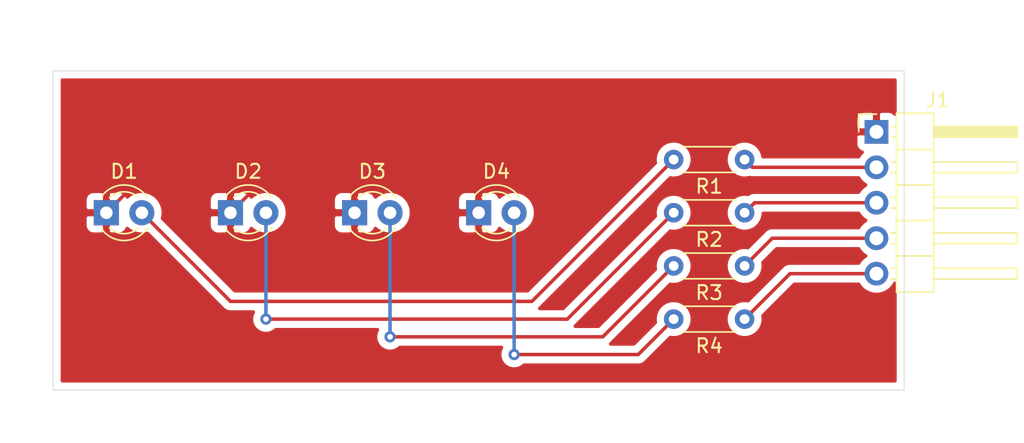
<source format=kicad_pcb>
(kicad_pcb (version 20171130) (host pcbnew "(5.1.10)-1")

  (general
    (thickness 1.6)
    (drawings 5)
    (tracks 36)
    (zones 0)
    (modules 9)
    (nets 10)
  )

  (page A4)
  (layers
    (0 F.Cu signal)
    (31 B.Cu signal)
    (32 B.Adhes user)
    (33 F.Adhes user)
    (34 B.Paste user)
    (35 F.Paste user)
    (36 B.SilkS user)
    (37 F.SilkS user)
    (38 B.Mask user)
    (39 F.Mask user)
    (40 Dwgs.User user)
    (41 Cmts.User user)
    (42 Eco1.User user)
    (43 Eco2.User user)
    (44 Edge.Cuts user)
    (45 Margin user)
    (46 B.CrtYd user)
    (47 F.CrtYd user)
    (48 B.Fab user)
    (49 F.Fab user)
  )

  (setup
    (last_trace_width 0.25)
    (trace_clearance 0.2)
    (zone_clearance 0.508)
    (zone_45_only no)
    (trace_min 0.2)
    (via_size 0.8)
    (via_drill 0.4)
    (via_min_size 0.4)
    (via_min_drill 0.3)
    (uvia_size 0.3)
    (uvia_drill 0.1)
    (uvias_allowed no)
    (uvia_min_size 0.2)
    (uvia_min_drill 0.1)
    (edge_width 0.05)
    (segment_width 0.2)
    (pcb_text_width 0.3)
    (pcb_text_size 1.5 1.5)
    (mod_edge_width 0.12)
    (mod_text_size 1 1)
    (mod_text_width 0.15)
    (pad_size 1.524 1.524)
    (pad_drill 0.762)
    (pad_to_mask_clearance 0)
    (aux_axis_origin 0 0)
    (visible_elements FFFFFF7F)
    (pcbplotparams
      (layerselection 0x010fc_ffffffff)
      (usegerberextensions false)
      (usegerberattributes true)
      (usegerberadvancedattributes true)
      (creategerberjobfile true)
      (excludeedgelayer true)
      (linewidth 0.100000)
      (plotframeref false)
      (viasonmask false)
      (mode 1)
      (useauxorigin false)
      (hpglpennumber 1)
      (hpglpenspeed 20)
      (hpglpendiameter 15.000000)
      (psnegative false)
      (psa4output false)
      (plotreference true)
      (plotvalue true)
      (plotinvisibletext false)
      (padsonsilk false)
      (subtractmaskfromsilk false)
      (outputformat 1)
      (mirror false)
      (drillshape 1)
      (scaleselection 1)
      (outputdirectory ""))
  )

  (net 0 "")
  (net 1 GNDREF)
  (net 2 "Net-(D1-Pad2)")
  (net 3 "Net-(D2-Pad2)")
  (net 4 "Net-(D3-Pad2)")
  (net 5 "Net-(D4-Pad2)")
  (net 6 led1)
  (net 7 led2)
  (net 8 led3)
  (net 9 led4)

  (net_class Default "This is the default net class."
    (clearance 0.2)
    (trace_width 0.25)
    (via_dia 0.8)
    (via_drill 0.4)
    (uvia_dia 0.3)
    (uvia_drill 0.1)
    (add_net GNDREF)
    (add_net "Net-(D1-Pad2)")
    (add_net "Net-(D2-Pad2)")
    (add_net "Net-(D3-Pad2)")
    (add_net "Net-(D4-Pad2)")
    (add_net led1)
    (add_net led2)
    (add_net led3)
    (add_net led4)
  )

  (module LED_THT:LED_D3.0mm (layer F.Cu) (tedit 587A3A7B) (tstamp 610841F6)
    (at 76.2 99.06)
    (descr "LED, diameter 3.0mm, 2 pins")
    (tags "LED diameter 3.0mm 2 pins")
    (path /6107E0E4)
    (fp_text reference D1 (at 1.27 -2.96) (layer F.SilkS)
      (effects (font (size 1 1) (thickness 0.15)))
    )
    (fp_text value LED (at 1.27 2.96) (layer F.Fab)
      (effects (font (size 1 1) (thickness 0.15)))
    )
    (fp_line (start 3.7 -2.25) (end -1.15 -2.25) (layer F.CrtYd) (width 0.05))
    (fp_line (start 3.7 2.25) (end 3.7 -2.25) (layer F.CrtYd) (width 0.05))
    (fp_line (start -1.15 2.25) (end 3.7 2.25) (layer F.CrtYd) (width 0.05))
    (fp_line (start -1.15 -2.25) (end -1.15 2.25) (layer F.CrtYd) (width 0.05))
    (fp_line (start -0.29 1.08) (end -0.29 1.236) (layer F.SilkS) (width 0.12))
    (fp_line (start -0.29 -1.236) (end -0.29 -1.08) (layer F.SilkS) (width 0.12))
    (fp_line (start -0.23 -1.16619) (end -0.23 1.16619) (layer F.Fab) (width 0.1))
    (fp_circle (center 1.27 0) (end 2.77 0) (layer F.Fab) (width 0.1))
    (fp_arc (start 1.27 0) (end -0.23 -1.16619) (angle 284.3) (layer F.Fab) (width 0.1))
    (fp_arc (start 1.27 0) (end -0.29 -1.235516) (angle 108.8) (layer F.SilkS) (width 0.12))
    (fp_arc (start 1.27 0) (end -0.29 1.235516) (angle -108.8) (layer F.SilkS) (width 0.12))
    (fp_arc (start 1.27 0) (end 0.229039 -1.08) (angle 87.9) (layer F.SilkS) (width 0.12))
    (fp_arc (start 1.27 0) (end 0.229039 1.08) (angle -87.9) (layer F.SilkS) (width 0.12))
    (pad 1 thru_hole rect (at 0 0) (size 1.8 1.8) (drill 0.9) (layers *.Cu *.Mask)
      (net 1 GNDREF))
    (pad 2 thru_hole circle (at 2.54 0) (size 1.8 1.8) (drill 0.9) (layers *.Cu *.Mask)
      (net 2 "Net-(D1-Pad2)"))
    (model ${KISYS3DMOD}/LED_THT.3dshapes/LED_D3.0mm.wrl
      (at (xyz 0 0 0))
      (scale (xyz 1 1 1))
      (rotate (xyz 0 0 0))
    )
  )

  (module LED_THT:LED_D3.0mm (layer F.Cu) (tedit 587A3A7B) (tstamp 61084209)
    (at 85.09 99.06)
    (descr "LED, diameter 3.0mm, 2 pins")
    (tags "LED diameter 3.0mm 2 pins")
    (path /6107F88C)
    (fp_text reference D2 (at 1.27 -2.96) (layer F.SilkS)
      (effects (font (size 1 1) (thickness 0.15)))
    )
    (fp_text value LED (at 1.27 2.96) (layer F.Fab)
      (effects (font (size 1 1) (thickness 0.15)))
    )
    (fp_arc (start 1.27 0) (end 0.229039 1.08) (angle -87.9) (layer F.SilkS) (width 0.12))
    (fp_arc (start 1.27 0) (end 0.229039 -1.08) (angle 87.9) (layer F.SilkS) (width 0.12))
    (fp_arc (start 1.27 0) (end -0.29 1.235516) (angle -108.8) (layer F.SilkS) (width 0.12))
    (fp_arc (start 1.27 0) (end -0.29 -1.235516) (angle 108.8) (layer F.SilkS) (width 0.12))
    (fp_arc (start 1.27 0) (end -0.23 -1.16619) (angle 284.3) (layer F.Fab) (width 0.1))
    (fp_circle (center 1.27 0) (end 2.77 0) (layer F.Fab) (width 0.1))
    (fp_line (start -0.23 -1.16619) (end -0.23 1.16619) (layer F.Fab) (width 0.1))
    (fp_line (start -0.29 -1.236) (end -0.29 -1.08) (layer F.SilkS) (width 0.12))
    (fp_line (start -0.29 1.08) (end -0.29 1.236) (layer F.SilkS) (width 0.12))
    (fp_line (start -1.15 -2.25) (end -1.15 2.25) (layer F.CrtYd) (width 0.05))
    (fp_line (start -1.15 2.25) (end 3.7 2.25) (layer F.CrtYd) (width 0.05))
    (fp_line (start 3.7 2.25) (end 3.7 -2.25) (layer F.CrtYd) (width 0.05))
    (fp_line (start 3.7 -2.25) (end -1.15 -2.25) (layer F.CrtYd) (width 0.05))
    (pad 2 thru_hole circle (at 2.54 0) (size 1.8 1.8) (drill 0.9) (layers *.Cu *.Mask)
      (net 3 "Net-(D2-Pad2)"))
    (pad 1 thru_hole rect (at 0 0) (size 1.8 1.8) (drill 0.9) (layers *.Cu *.Mask)
      (net 1 GNDREF))
    (model ${KISYS3DMOD}/LED_THT.3dshapes/LED_D3.0mm.wrl
      (at (xyz 0 0 0))
      (scale (xyz 1 1 1))
      (rotate (xyz 0 0 0))
    )
  )

  (module LED_THT:LED_D3.0mm (layer F.Cu) (tedit 587A3A7B) (tstamp 6108421C)
    (at 93.98 99.06)
    (descr "LED, diameter 3.0mm, 2 pins")
    (tags "LED diameter 3.0mm 2 pins")
    (path /6107FC5D)
    (fp_text reference D3 (at 1.27 -2.96) (layer F.SilkS)
      (effects (font (size 1 1) (thickness 0.15)))
    )
    (fp_text value LED (at 1.27 2.96) (layer F.Fab)
      (effects (font (size 1 1) (thickness 0.15)))
    )
    (fp_line (start 3.7 -2.25) (end -1.15 -2.25) (layer F.CrtYd) (width 0.05))
    (fp_line (start 3.7 2.25) (end 3.7 -2.25) (layer F.CrtYd) (width 0.05))
    (fp_line (start -1.15 2.25) (end 3.7 2.25) (layer F.CrtYd) (width 0.05))
    (fp_line (start -1.15 -2.25) (end -1.15 2.25) (layer F.CrtYd) (width 0.05))
    (fp_line (start -0.29 1.08) (end -0.29 1.236) (layer F.SilkS) (width 0.12))
    (fp_line (start -0.29 -1.236) (end -0.29 -1.08) (layer F.SilkS) (width 0.12))
    (fp_line (start -0.23 -1.16619) (end -0.23 1.16619) (layer F.Fab) (width 0.1))
    (fp_circle (center 1.27 0) (end 2.77 0) (layer F.Fab) (width 0.1))
    (fp_arc (start 1.27 0) (end -0.23 -1.16619) (angle 284.3) (layer F.Fab) (width 0.1))
    (fp_arc (start 1.27 0) (end -0.29 -1.235516) (angle 108.8) (layer F.SilkS) (width 0.12))
    (fp_arc (start 1.27 0) (end -0.29 1.235516) (angle -108.8) (layer F.SilkS) (width 0.12))
    (fp_arc (start 1.27 0) (end 0.229039 -1.08) (angle 87.9) (layer F.SilkS) (width 0.12))
    (fp_arc (start 1.27 0) (end 0.229039 1.08) (angle -87.9) (layer F.SilkS) (width 0.12))
    (pad 1 thru_hole rect (at 0 0) (size 1.8 1.8) (drill 0.9) (layers *.Cu *.Mask)
      (net 1 GNDREF))
    (pad 2 thru_hole circle (at 2.54 0) (size 1.8 1.8) (drill 0.9) (layers *.Cu *.Mask)
      (net 4 "Net-(D3-Pad2)"))
    (model ${KISYS3DMOD}/LED_THT.3dshapes/LED_D3.0mm.wrl
      (at (xyz 0 0 0))
      (scale (xyz 1 1 1))
      (rotate (xyz 0 0 0))
    )
  )

  (module LED_THT:LED_D3.0mm (layer F.Cu) (tedit 587A3A7B) (tstamp 6108422F)
    (at 102.87 99.06)
    (descr "LED, diameter 3.0mm, 2 pins")
    (tags "LED diameter 3.0mm 2 pins")
    (path /6107FCAB)
    (fp_text reference D4 (at 1.27 -2.96) (layer F.SilkS)
      (effects (font (size 1 1) (thickness 0.15)))
    )
    (fp_text value LED (at 1.27 2.96) (layer F.Fab)
      (effects (font (size 1 1) (thickness 0.15)))
    )
    (fp_arc (start 1.27 0) (end 0.229039 1.08) (angle -87.9) (layer F.SilkS) (width 0.12))
    (fp_arc (start 1.27 0) (end 0.229039 -1.08) (angle 87.9) (layer F.SilkS) (width 0.12))
    (fp_arc (start 1.27 0) (end -0.29 1.235516) (angle -108.8) (layer F.SilkS) (width 0.12))
    (fp_arc (start 1.27 0) (end -0.29 -1.235516) (angle 108.8) (layer F.SilkS) (width 0.12))
    (fp_arc (start 1.27 0) (end -0.23 -1.16619) (angle 284.3) (layer F.Fab) (width 0.1))
    (fp_circle (center 1.27 0) (end 2.77 0) (layer F.Fab) (width 0.1))
    (fp_line (start -0.23 -1.16619) (end -0.23 1.16619) (layer F.Fab) (width 0.1))
    (fp_line (start -0.29 -1.236) (end -0.29 -1.08) (layer F.SilkS) (width 0.12))
    (fp_line (start -0.29 1.08) (end -0.29 1.236) (layer F.SilkS) (width 0.12))
    (fp_line (start -1.15 -2.25) (end -1.15 2.25) (layer F.CrtYd) (width 0.05))
    (fp_line (start -1.15 2.25) (end 3.7 2.25) (layer F.CrtYd) (width 0.05))
    (fp_line (start 3.7 2.25) (end 3.7 -2.25) (layer F.CrtYd) (width 0.05))
    (fp_line (start 3.7 -2.25) (end -1.15 -2.25) (layer F.CrtYd) (width 0.05))
    (pad 2 thru_hole circle (at 2.54 0) (size 1.8 1.8) (drill 0.9) (layers *.Cu *.Mask)
      (net 5 "Net-(D4-Pad2)"))
    (pad 1 thru_hole rect (at 0 0) (size 1.8 1.8) (drill 0.9) (layers *.Cu *.Mask)
      (net 1 GNDREF))
    (model ${KISYS3DMOD}/LED_THT.3dshapes/LED_D3.0mm.wrl
      (at (xyz 0 0 0))
      (scale (xyz 1 1 1))
      (rotate (xyz 0 0 0))
    )
  )

  (module Connector_PinHeader_2.54mm:PinHeader_1x05_P2.54mm_Horizontal (layer F.Cu) (tedit 59FED5CB) (tstamp 61084289)
    (at 131.365001 93.265001)
    (descr "Through hole angled pin header, 1x05, 2.54mm pitch, 6mm pin length, single row")
    (tags "Through hole angled pin header THT 1x05 2.54mm single row")
    (path /61083465)
    (fp_text reference J1 (at 4.385 -2.27) (layer F.SilkS)
      (effects (font (size 1 1) (thickness 0.15)))
    )
    (fp_text value Conn_01x05 (at 4.385 12.43) (layer F.Fab)
      (effects (font (size 1 1) (thickness 0.15)))
    )
    (fp_line (start 10.55 -1.8) (end -1.8 -1.8) (layer F.CrtYd) (width 0.05))
    (fp_line (start 10.55 11.95) (end 10.55 -1.8) (layer F.CrtYd) (width 0.05))
    (fp_line (start -1.8 11.95) (end 10.55 11.95) (layer F.CrtYd) (width 0.05))
    (fp_line (start -1.8 -1.8) (end -1.8 11.95) (layer F.CrtYd) (width 0.05))
    (fp_line (start -1.27 -1.27) (end 0 -1.27) (layer F.SilkS) (width 0.12))
    (fp_line (start -1.27 0) (end -1.27 -1.27) (layer F.SilkS) (width 0.12))
    (fp_line (start 1.042929 10.54) (end 1.44 10.54) (layer F.SilkS) (width 0.12))
    (fp_line (start 1.042929 9.78) (end 1.44 9.78) (layer F.SilkS) (width 0.12))
    (fp_line (start 10.1 10.54) (end 4.1 10.54) (layer F.SilkS) (width 0.12))
    (fp_line (start 10.1 9.78) (end 10.1 10.54) (layer F.SilkS) (width 0.12))
    (fp_line (start 4.1 9.78) (end 10.1 9.78) (layer F.SilkS) (width 0.12))
    (fp_line (start 1.44 8.89) (end 4.1 8.89) (layer F.SilkS) (width 0.12))
    (fp_line (start 1.042929 8) (end 1.44 8) (layer F.SilkS) (width 0.12))
    (fp_line (start 1.042929 7.24) (end 1.44 7.24) (layer F.SilkS) (width 0.12))
    (fp_line (start 10.1 8) (end 4.1 8) (layer F.SilkS) (width 0.12))
    (fp_line (start 10.1 7.24) (end 10.1 8) (layer F.SilkS) (width 0.12))
    (fp_line (start 4.1 7.24) (end 10.1 7.24) (layer F.SilkS) (width 0.12))
    (fp_line (start 1.44 6.35) (end 4.1 6.35) (layer F.SilkS) (width 0.12))
    (fp_line (start 1.042929 5.46) (end 1.44 5.46) (layer F.SilkS) (width 0.12))
    (fp_line (start 1.042929 4.7) (end 1.44 4.7) (layer F.SilkS) (width 0.12))
    (fp_line (start 10.1 5.46) (end 4.1 5.46) (layer F.SilkS) (width 0.12))
    (fp_line (start 10.1 4.7) (end 10.1 5.46) (layer F.SilkS) (width 0.12))
    (fp_line (start 4.1 4.7) (end 10.1 4.7) (layer F.SilkS) (width 0.12))
    (fp_line (start 1.44 3.81) (end 4.1 3.81) (layer F.SilkS) (width 0.12))
    (fp_line (start 1.042929 2.92) (end 1.44 2.92) (layer F.SilkS) (width 0.12))
    (fp_line (start 1.042929 2.16) (end 1.44 2.16) (layer F.SilkS) (width 0.12))
    (fp_line (start 10.1 2.92) (end 4.1 2.92) (layer F.SilkS) (width 0.12))
    (fp_line (start 10.1 2.16) (end 10.1 2.92) (layer F.SilkS) (width 0.12))
    (fp_line (start 4.1 2.16) (end 10.1 2.16) (layer F.SilkS) (width 0.12))
    (fp_line (start 1.44 1.27) (end 4.1 1.27) (layer F.SilkS) (width 0.12))
    (fp_line (start 1.11 0.38) (end 1.44 0.38) (layer F.SilkS) (width 0.12))
    (fp_line (start 1.11 -0.38) (end 1.44 -0.38) (layer F.SilkS) (width 0.12))
    (fp_line (start 4.1 0.28) (end 10.1 0.28) (layer F.SilkS) (width 0.12))
    (fp_line (start 4.1 0.16) (end 10.1 0.16) (layer F.SilkS) (width 0.12))
    (fp_line (start 4.1 0.04) (end 10.1 0.04) (layer F.SilkS) (width 0.12))
    (fp_line (start 4.1 -0.08) (end 10.1 -0.08) (layer F.SilkS) (width 0.12))
    (fp_line (start 4.1 -0.2) (end 10.1 -0.2) (layer F.SilkS) (width 0.12))
    (fp_line (start 4.1 -0.32) (end 10.1 -0.32) (layer F.SilkS) (width 0.12))
    (fp_line (start 10.1 0.38) (end 4.1 0.38) (layer F.SilkS) (width 0.12))
    (fp_line (start 10.1 -0.38) (end 10.1 0.38) (layer F.SilkS) (width 0.12))
    (fp_line (start 4.1 -0.38) (end 10.1 -0.38) (layer F.SilkS) (width 0.12))
    (fp_line (start 4.1 -1.33) (end 1.44 -1.33) (layer F.SilkS) (width 0.12))
    (fp_line (start 4.1 11.49) (end 4.1 -1.33) (layer F.SilkS) (width 0.12))
    (fp_line (start 1.44 11.49) (end 4.1 11.49) (layer F.SilkS) (width 0.12))
    (fp_line (start 1.44 -1.33) (end 1.44 11.49) (layer F.SilkS) (width 0.12))
    (fp_line (start 4.04 10.48) (end 10.04 10.48) (layer F.Fab) (width 0.1))
    (fp_line (start 10.04 9.84) (end 10.04 10.48) (layer F.Fab) (width 0.1))
    (fp_line (start 4.04 9.84) (end 10.04 9.84) (layer F.Fab) (width 0.1))
    (fp_line (start -0.32 10.48) (end 1.5 10.48) (layer F.Fab) (width 0.1))
    (fp_line (start -0.32 9.84) (end -0.32 10.48) (layer F.Fab) (width 0.1))
    (fp_line (start -0.32 9.84) (end 1.5 9.84) (layer F.Fab) (width 0.1))
    (fp_line (start 4.04 7.94) (end 10.04 7.94) (layer F.Fab) (width 0.1))
    (fp_line (start 10.04 7.3) (end 10.04 7.94) (layer F.Fab) (width 0.1))
    (fp_line (start 4.04 7.3) (end 10.04 7.3) (layer F.Fab) (width 0.1))
    (fp_line (start -0.32 7.94) (end 1.5 7.94) (layer F.Fab) (width 0.1))
    (fp_line (start -0.32 7.3) (end -0.32 7.94) (layer F.Fab) (width 0.1))
    (fp_line (start -0.32 7.3) (end 1.5 7.3) (layer F.Fab) (width 0.1))
    (fp_line (start 4.04 5.4) (end 10.04 5.4) (layer F.Fab) (width 0.1))
    (fp_line (start 10.04 4.76) (end 10.04 5.4) (layer F.Fab) (width 0.1))
    (fp_line (start 4.04 4.76) (end 10.04 4.76) (layer F.Fab) (width 0.1))
    (fp_line (start -0.32 5.4) (end 1.5 5.4) (layer F.Fab) (width 0.1))
    (fp_line (start -0.32 4.76) (end -0.32 5.4) (layer F.Fab) (width 0.1))
    (fp_line (start -0.32 4.76) (end 1.5 4.76) (layer F.Fab) (width 0.1))
    (fp_line (start 4.04 2.86) (end 10.04 2.86) (layer F.Fab) (width 0.1))
    (fp_line (start 10.04 2.22) (end 10.04 2.86) (layer F.Fab) (width 0.1))
    (fp_line (start 4.04 2.22) (end 10.04 2.22) (layer F.Fab) (width 0.1))
    (fp_line (start -0.32 2.86) (end 1.5 2.86) (layer F.Fab) (width 0.1))
    (fp_line (start -0.32 2.22) (end -0.32 2.86) (layer F.Fab) (width 0.1))
    (fp_line (start -0.32 2.22) (end 1.5 2.22) (layer F.Fab) (width 0.1))
    (fp_line (start 4.04 0.32) (end 10.04 0.32) (layer F.Fab) (width 0.1))
    (fp_line (start 10.04 -0.32) (end 10.04 0.32) (layer F.Fab) (width 0.1))
    (fp_line (start 4.04 -0.32) (end 10.04 -0.32) (layer F.Fab) (width 0.1))
    (fp_line (start -0.32 0.32) (end 1.5 0.32) (layer F.Fab) (width 0.1))
    (fp_line (start -0.32 -0.32) (end -0.32 0.32) (layer F.Fab) (width 0.1))
    (fp_line (start -0.32 -0.32) (end 1.5 -0.32) (layer F.Fab) (width 0.1))
    (fp_line (start 1.5 -0.635) (end 2.135 -1.27) (layer F.Fab) (width 0.1))
    (fp_line (start 1.5 11.43) (end 1.5 -0.635) (layer F.Fab) (width 0.1))
    (fp_line (start 4.04 11.43) (end 1.5 11.43) (layer F.Fab) (width 0.1))
    (fp_line (start 4.04 -1.27) (end 4.04 11.43) (layer F.Fab) (width 0.1))
    (fp_line (start 2.135 -1.27) (end 4.04 -1.27) (layer F.Fab) (width 0.1))
    (fp_text user %R (at 2.77 5.08 90) (layer F.Fab)
      (effects (font (size 1 1) (thickness 0.15)))
    )
    (pad 1 thru_hole rect (at 0 0) (size 1.7 1.7) (drill 1) (layers *.Cu *.Mask)
      (net 1 GNDREF))
    (pad 2 thru_hole oval (at 0 2.54) (size 1.7 1.7) (drill 1) (layers *.Cu *.Mask)
      (net 6 led1))
    (pad 3 thru_hole oval (at 0 5.08) (size 1.7 1.7) (drill 1) (layers *.Cu *.Mask)
      (net 7 led2))
    (pad 4 thru_hole oval (at 0 7.62) (size 1.7 1.7) (drill 1) (layers *.Cu *.Mask)
      (net 8 led3))
    (pad 5 thru_hole oval (at 0 10.16) (size 1.7 1.7) (drill 1) (layers *.Cu *.Mask)
      (net 9 led4))
    (model ${KISYS3DMOD}/Connector_PinHeader_2.54mm.3dshapes/PinHeader_1x05_P2.54mm_Horizontal.wrl
      (at (xyz 0 0 0))
      (scale (xyz 1 1 1))
      (rotate (xyz 0 0 0))
    )
  )

  (module Resistor_THT:R_Axial_DIN0204_L3.6mm_D1.6mm_P5.08mm_Horizontal (layer F.Cu) (tedit 5AE5139B) (tstamp 6108429C)
    (at 121.92 95.25 180)
    (descr "Resistor, Axial_DIN0204 series, Axial, Horizontal, pin pitch=5.08mm, 0.167W, length*diameter=3.6*1.6mm^2, http://cdn-reichelt.de/documents/datenblatt/B400/1_4W%23YAG.pdf")
    (tags "Resistor Axial_DIN0204 series Axial Horizontal pin pitch 5.08mm 0.167W length 3.6mm diameter 1.6mm")
    (path /6108629B)
    (fp_text reference R1 (at 2.54 -1.92) (layer F.SilkS)
      (effects (font (size 1 1) (thickness 0.15)))
    )
    (fp_text value R (at 2.54 1.92) (layer F.Fab)
      (effects (font (size 1 1) (thickness 0.15)))
    )
    (fp_line (start 6.03 -1.05) (end -0.95 -1.05) (layer F.CrtYd) (width 0.05))
    (fp_line (start 6.03 1.05) (end 6.03 -1.05) (layer F.CrtYd) (width 0.05))
    (fp_line (start -0.95 1.05) (end 6.03 1.05) (layer F.CrtYd) (width 0.05))
    (fp_line (start -0.95 -1.05) (end -0.95 1.05) (layer F.CrtYd) (width 0.05))
    (fp_line (start 0.62 0.92) (end 4.46 0.92) (layer F.SilkS) (width 0.12))
    (fp_line (start 0.62 -0.92) (end 4.46 -0.92) (layer F.SilkS) (width 0.12))
    (fp_line (start 5.08 0) (end 4.34 0) (layer F.Fab) (width 0.1))
    (fp_line (start 0 0) (end 0.74 0) (layer F.Fab) (width 0.1))
    (fp_line (start 4.34 -0.8) (end 0.74 -0.8) (layer F.Fab) (width 0.1))
    (fp_line (start 4.34 0.8) (end 4.34 -0.8) (layer F.Fab) (width 0.1))
    (fp_line (start 0.74 0.8) (end 4.34 0.8) (layer F.Fab) (width 0.1))
    (fp_line (start 0.74 -0.8) (end 0.74 0.8) (layer F.Fab) (width 0.1))
    (fp_text user %R (at 2.54 0) (layer F.Fab)
      (effects (font (size 0.72 0.72) (thickness 0.108)))
    )
    (pad 1 thru_hole circle (at 0 0 180) (size 1.4 1.4) (drill 0.7) (layers *.Cu *.Mask)
      (net 6 led1))
    (pad 2 thru_hole oval (at 5.08 0 180) (size 1.4 1.4) (drill 0.7) (layers *.Cu *.Mask)
      (net 2 "Net-(D1-Pad2)"))
    (model ${KISYS3DMOD}/Resistor_THT.3dshapes/R_Axial_DIN0204_L3.6mm_D1.6mm_P5.08mm_Horizontal.wrl
      (at (xyz 0 0 0))
      (scale (xyz 1 1 1))
      (rotate (xyz 0 0 0))
    )
  )

  (module Resistor_THT:R_Axial_DIN0204_L3.6mm_D1.6mm_P5.08mm_Horizontal (layer F.Cu) (tedit 5AE5139B) (tstamp 610842AF)
    (at 121.92 99.06 180)
    (descr "Resistor, Axial_DIN0204 series, Axial, Horizontal, pin pitch=5.08mm, 0.167W, length*diameter=3.6*1.6mm^2, http://cdn-reichelt.de/documents/datenblatt/B400/1_4W%23YAG.pdf")
    (tags "Resistor Axial_DIN0204 series Axial Horizontal pin pitch 5.08mm 0.167W length 3.6mm diameter 1.6mm")
    (path /610868B2)
    (fp_text reference R2 (at 2.54 -1.92) (layer F.SilkS)
      (effects (font (size 1 1) (thickness 0.15)))
    )
    (fp_text value R (at 2.54 1.92) (layer F.Fab)
      (effects (font (size 1 1) (thickness 0.15)))
    )
    (fp_text user %R (at 0 0) (layer F.Fab)
      (effects (font (size 0.72 0.72) (thickness 0.108)))
    )
    (fp_line (start 0.74 -0.8) (end 0.74 0.8) (layer F.Fab) (width 0.1))
    (fp_line (start 0.74 0.8) (end 4.34 0.8) (layer F.Fab) (width 0.1))
    (fp_line (start 4.34 0.8) (end 4.34 -0.8) (layer F.Fab) (width 0.1))
    (fp_line (start 4.34 -0.8) (end 0.74 -0.8) (layer F.Fab) (width 0.1))
    (fp_line (start 0 0) (end 0.74 0) (layer F.Fab) (width 0.1))
    (fp_line (start 5.08 0) (end 4.34 0) (layer F.Fab) (width 0.1))
    (fp_line (start 0.62 -0.92) (end 4.46 -0.92) (layer F.SilkS) (width 0.12))
    (fp_line (start 0.62 0.92) (end 4.46 0.92) (layer F.SilkS) (width 0.12))
    (fp_line (start -0.95 -1.05) (end -0.95 1.05) (layer F.CrtYd) (width 0.05))
    (fp_line (start -0.95 1.05) (end 6.03 1.05) (layer F.CrtYd) (width 0.05))
    (fp_line (start 6.03 1.05) (end 6.03 -1.05) (layer F.CrtYd) (width 0.05))
    (fp_line (start 6.03 -1.05) (end -0.95 -1.05) (layer F.CrtYd) (width 0.05))
    (pad 2 thru_hole oval (at 5.08 0 180) (size 1.4 1.4) (drill 0.7) (layers *.Cu *.Mask)
      (net 3 "Net-(D2-Pad2)"))
    (pad 1 thru_hole circle (at 0 0 180) (size 1.4 1.4) (drill 0.7) (layers *.Cu *.Mask)
      (net 7 led2))
    (model ${KISYS3DMOD}/Resistor_THT.3dshapes/R_Axial_DIN0204_L3.6mm_D1.6mm_P5.08mm_Horizontal.wrl
      (at (xyz 0 0 0))
      (scale (xyz 1 1 1))
      (rotate (xyz 0 0 0))
    )
  )

  (module Resistor_THT:R_Axial_DIN0204_L3.6mm_D1.6mm_P5.08mm_Horizontal (layer F.Cu) (tedit 5AE5139B) (tstamp 610842C2)
    (at 121.92 102.87 180)
    (descr "Resistor, Axial_DIN0204 series, Axial, Horizontal, pin pitch=5.08mm, 0.167W, length*diameter=3.6*1.6mm^2, http://cdn-reichelt.de/documents/datenblatt/B400/1_4W%23YAG.pdf")
    (tags "Resistor Axial_DIN0204 series Axial Horizontal pin pitch 5.08mm 0.167W length 3.6mm diameter 1.6mm")
    (path /61086E09)
    (fp_text reference R3 (at 2.54 -1.92) (layer F.SilkS)
      (effects (font (size 1 1) (thickness 0.15)))
    )
    (fp_text value R (at 2.54 1.92) (layer F.Fab)
      (effects (font (size 1 1) (thickness 0.15)))
    )
    (fp_line (start 6.03 -1.05) (end -0.95 -1.05) (layer F.CrtYd) (width 0.05))
    (fp_line (start 6.03 1.05) (end 6.03 -1.05) (layer F.CrtYd) (width 0.05))
    (fp_line (start -0.95 1.05) (end 6.03 1.05) (layer F.CrtYd) (width 0.05))
    (fp_line (start -0.95 -1.05) (end -0.95 1.05) (layer F.CrtYd) (width 0.05))
    (fp_line (start 0.62 0.92) (end 4.46 0.92) (layer F.SilkS) (width 0.12))
    (fp_line (start 0.62 -0.92) (end 4.46 -0.92) (layer F.SilkS) (width 0.12))
    (fp_line (start 5.08 0) (end 4.34 0) (layer F.Fab) (width 0.1))
    (fp_line (start 0 0) (end 0.74 0) (layer F.Fab) (width 0.1))
    (fp_line (start 4.34 -0.8) (end 0.74 -0.8) (layer F.Fab) (width 0.1))
    (fp_line (start 4.34 0.8) (end 4.34 -0.8) (layer F.Fab) (width 0.1))
    (fp_line (start 0.74 0.8) (end 4.34 0.8) (layer F.Fab) (width 0.1))
    (fp_line (start 0.74 -0.8) (end 0.74 0.8) (layer F.Fab) (width 0.1))
    (fp_text user %R (at 2.54 0) (layer F.Fab)
      (effects (font (size 0.72 0.72) (thickness 0.108)))
    )
    (pad 1 thru_hole circle (at 0 0 180) (size 1.4 1.4) (drill 0.7) (layers *.Cu *.Mask)
      (net 8 led3))
    (pad 2 thru_hole oval (at 5.08 0 180) (size 1.4 1.4) (drill 0.7) (layers *.Cu *.Mask)
      (net 4 "Net-(D3-Pad2)"))
    (model ${KISYS3DMOD}/Resistor_THT.3dshapes/R_Axial_DIN0204_L3.6mm_D1.6mm_P5.08mm_Horizontal.wrl
      (at (xyz 0 0 0))
      (scale (xyz 1 1 1))
      (rotate (xyz 0 0 0))
    )
  )

  (module Resistor_THT:R_Axial_DIN0204_L3.6mm_D1.6mm_P5.08mm_Horizontal (layer F.Cu) (tedit 5AE5139B) (tstamp 610842D5)
    (at 121.92 106.68 180)
    (descr "Resistor, Axial_DIN0204 series, Axial, Horizontal, pin pitch=5.08mm, 0.167W, length*diameter=3.6*1.6mm^2, http://cdn-reichelt.de/documents/datenblatt/B400/1_4W%23YAG.pdf")
    (tags "Resistor Axial_DIN0204 series Axial Horizontal pin pitch 5.08mm 0.167W length 3.6mm diameter 1.6mm")
    (path /61086F19)
    (fp_text reference R4 (at 2.54 -1.92) (layer F.SilkS)
      (effects (font (size 1 1) (thickness 0.15)))
    )
    (fp_text value R (at 2.54 1.92) (layer F.Fab)
      (effects (font (size 1 1) (thickness 0.15)))
    )
    (fp_text user %R (at 2.54 0) (layer F.Fab)
      (effects (font (size 0.72 0.72) (thickness 0.108)))
    )
    (fp_line (start 0.74 -0.8) (end 0.74 0.8) (layer F.Fab) (width 0.1))
    (fp_line (start 0.74 0.8) (end 4.34 0.8) (layer F.Fab) (width 0.1))
    (fp_line (start 4.34 0.8) (end 4.34 -0.8) (layer F.Fab) (width 0.1))
    (fp_line (start 4.34 -0.8) (end 0.74 -0.8) (layer F.Fab) (width 0.1))
    (fp_line (start 0 0) (end 0.74 0) (layer F.Fab) (width 0.1))
    (fp_line (start 5.08 0) (end 4.34 0) (layer F.Fab) (width 0.1))
    (fp_line (start 0.62 -0.92) (end 4.46 -0.92) (layer F.SilkS) (width 0.12))
    (fp_line (start 0.62 0.92) (end 4.46 0.92) (layer F.SilkS) (width 0.12))
    (fp_line (start -0.95 -1.05) (end -0.95 1.05) (layer F.CrtYd) (width 0.05))
    (fp_line (start -0.95 1.05) (end 6.03 1.05) (layer F.CrtYd) (width 0.05))
    (fp_line (start 6.03 1.05) (end 6.03 -1.05) (layer F.CrtYd) (width 0.05))
    (fp_line (start 6.03 -1.05) (end -0.95 -1.05) (layer F.CrtYd) (width 0.05))
    (pad 2 thru_hole oval (at 5.08 0 180) (size 1.4 1.4) (drill 0.7) (layers *.Cu *.Mask)
      (net 5 "Net-(D4-Pad2)"))
    (pad 1 thru_hole circle (at 0 0 180) (size 1.4 1.4) (drill 0.7) (layers *.Cu *.Mask)
      (net 9 led4))
    (model ${KISYS3DMOD}/Resistor_THT.3dshapes/R_Axial_DIN0204_L3.6mm_D1.6mm_P5.08mm_Horizontal.wrl
      (at (xyz 0 0 0))
      (scale (xyz 1 1 1))
      (rotate (xyz 0 0 0))
    )
  )

  (gr_line (start 132.08 88.9) (end 133.35 88.9) (layer Edge.Cuts) (width 0.05) (tstamp 61085C2E))
  (gr_line (start 72.39 88.9) (end 132.08 88.9) (layer Edge.Cuts) (width 0.05))
  (gr_line (start 72.39 111.76) (end 72.39 88.9) (layer Edge.Cuts) (width 0.05))
  (gr_line (start 133.35 111.76) (end 72.39 111.76) (layer Edge.Cuts) (width 0.05))
  (gr_line (start 133.35 88.9) (end 133.35 111.76) (layer Edge.Cuts) (width 0.05))

  (segment (start 81.994999 93.265001) (end 76.2 99.06) (width 0.25) (layer F.Cu) (net 1))
  (segment (start 90.884999 93.265001) (end 92.154999 93.265001) (width 0.25) (layer F.Cu) (net 1))
  (segment (start 85.09 99.06) (end 90.884999 93.265001) (width 0.25) (layer F.Cu) (net 1))
  (segment (start 92.154999 93.265001) (end 81.994999 93.265001) (width 0.25) (layer F.Cu) (net 1))
  (segment (start 93.98 97.79) (end 98.504999 93.265001) (width 0.25) (layer F.Cu) (net 1))
  (segment (start 93.98 99.06) (end 93.98 97.79) (width 0.25) (layer F.Cu) (net 1))
  (segment (start 98.504999 93.265001) (end 92.154999 93.265001) (width 0.25) (layer F.Cu) (net 1))
  (segment (start 102.87 97.630002) (end 107.235001 93.265001) (width 0.25) (layer F.Cu) (net 1))
  (segment (start 102.87 99.06) (end 102.87 97.630002) (width 0.25) (layer F.Cu) (net 1))
  (segment (start 107.235001 93.265001) (end 98.504999 93.265001) (width 0.25) (layer F.Cu) (net 1))
  (segment (start 131.365001 93.265001) (end 107.235001 93.265001) (width 0.25) (layer F.Cu) (net 1))
  (segment (start 116.84 95.25) (end 106.68 105.41) (width 0.25) (layer F.Cu) (net 2))
  (segment (start 85.09 105.41) (end 78.74 99.06) (width 0.25) (layer F.Cu) (net 2))
  (segment (start 106.68 105.41) (end 85.09 105.41) (width 0.25) (layer F.Cu) (net 2))
  (segment (start 116.84 99.06) (end 109.22 106.68) (width 0.25) (layer F.Cu) (net 3))
  (via (at 87.63 106.68) (size 0.8) (drill 0.4) (layers F.Cu B.Cu) (net 3))
  (segment (start 109.22 106.68) (end 87.63 106.68) (width 0.25) (layer F.Cu) (net 3))
  (segment (start 87.63 106.68) (end 87.63 99.06) (width 0.25) (layer B.Cu) (net 3))
  (via (at 96.52 107.95) (size 0.8) (drill 0.4) (layers F.Cu B.Cu) (net 4))
  (segment (start 111.76 107.95) (end 96.52 107.95) (width 0.25) (layer F.Cu) (net 4))
  (segment (start 116.84 102.87) (end 111.76 107.95) (width 0.25) (layer F.Cu) (net 4))
  (via (at 96.52 99.06) (size 0.8) (drill 0.4) (layers F.Cu B.Cu) (net 4))
  (segment (start 96.52 107.95) (end 96.52 99.06) (width 0.25) (layer B.Cu) (net 4))
  (segment (start 116.84 106.68) (end 114.3 109.22) (width 0.25) (layer F.Cu) (net 5))
  (via (at 105.41 109.22) (size 0.8) (drill 0.4) (layers F.Cu B.Cu) (net 5))
  (segment (start 114.3 109.22) (end 105.41 109.22) (width 0.25) (layer F.Cu) (net 5))
  (via (at 105.41 99.06) (size 0.8) (drill 0.4) (layers F.Cu B.Cu) (net 5))
  (segment (start 105.41 109.22) (end 105.41 99.06) (width 0.25) (layer B.Cu) (net 5))
  (segment (start 122.475001 95.805001) (end 121.92 95.25) (width 0.25) (layer F.Cu) (net 6))
  (segment (start 131.365001 95.805001) (end 122.475001 95.805001) (width 0.25) (layer F.Cu) (net 6))
  (segment (start 122.634999 98.345001) (end 121.92 99.06) (width 0.25) (layer F.Cu) (net 7))
  (segment (start 131.365001 98.345001) (end 122.634999 98.345001) (width 0.25) (layer F.Cu) (net 7))
  (segment (start 123.904999 100.885001) (end 121.92 102.87) (width 0.25) (layer F.Cu) (net 8))
  (segment (start 131.365001 100.885001) (end 123.904999 100.885001) (width 0.25) (layer F.Cu) (net 8))
  (segment (start 125.174999 103.425001) (end 121.92 106.68) (width 0.25) (layer F.Cu) (net 9))
  (segment (start 131.365001 103.425001) (end 125.174999 103.425001) (width 0.25) (layer F.Cu) (net 9))

  (zone (net 1) (net_name GNDREF) (layer F.Cu) (tstamp 0) (hatch edge 0.508)
    (connect_pads (clearance 0.508))
    (min_thickness 0.254)
    (fill yes (arc_segments 32) (thermal_gap 0.508) (thermal_bridge_width 0.508))
    (polygon
      (pts
        (xy 137.16 115.57) (xy 68.58 115.57) (xy 68.58 83.82) (xy 135.89 83.82)
      )
    )
    (filled_polygon
      (pts
        (xy 132.69 91.992834) (xy 132.666186 91.963816) (xy 132.569495 91.884464) (xy 132.459181 91.825499) (xy 132.339483 91.789189)
        (xy 132.215001 91.776929) (xy 131.650751 91.780001) (xy 131.492001 91.938751) (xy 131.492001 93.138001) (xy 131.512001 93.138001)
        (xy 131.512001 93.392001) (xy 131.492001 93.392001) (xy 131.492001 93.412001) (xy 131.238001 93.412001) (xy 131.238001 93.392001)
        (xy 130.038751 93.392001) (xy 129.880001 93.550751) (xy 129.876929 94.115001) (xy 129.889189 94.239483) (xy 129.925499 94.359181)
        (xy 129.984464 94.469495) (xy 130.063816 94.566186) (xy 130.160507 94.645538) (xy 130.270821 94.704503) (xy 130.343381 94.726514)
        (xy 130.211526 94.858369) (xy 130.086823 95.045001) (xy 123.240377 95.045001) (xy 123.203696 94.860595) (xy 123.103061 94.617641)
        (xy 122.956962 94.398987) (xy 122.771013 94.213038) (xy 122.552359 94.066939) (xy 122.309405 93.966304) (xy 122.051486 93.915)
        (xy 121.788514 93.915) (xy 121.530595 93.966304) (xy 121.287641 94.066939) (xy 121.068987 94.213038) (xy 120.883038 94.398987)
        (xy 120.736939 94.617641) (xy 120.636304 94.860595) (xy 120.585 95.118514) (xy 120.585 95.381486) (xy 120.636304 95.639405)
        (xy 120.736939 95.882359) (xy 120.883038 96.101013) (xy 121.068987 96.286962) (xy 121.287641 96.433061) (xy 121.530595 96.533696)
        (xy 121.788514 96.585) (xy 122.051486 96.585) (xy 122.279003 96.539743) (xy 122.326015 96.554004) (xy 122.437668 96.565001)
        (xy 122.437678 96.565001) (xy 122.475001 96.568677) (xy 122.512324 96.565001) (xy 130.086823 96.565001) (xy 130.211526 96.751633)
        (xy 130.418369 96.958476) (xy 130.592761 97.075001) (xy 130.418369 97.191526) (xy 130.211526 97.398369) (xy 130.086823 97.585001)
        (xy 122.672321 97.585001) (xy 122.634998 97.581325) (xy 122.597675 97.585001) (xy 122.597666 97.585001) (xy 122.486013 97.595998)
        (xy 122.342752 97.639455) (xy 122.210723 97.710027) (xy 122.164972 97.747574) (xy 122.051486 97.725) (xy 121.788514 97.725)
        (xy 121.530595 97.776304) (xy 121.287641 97.876939) (xy 121.068987 98.023038) (xy 120.883038 98.208987) (xy 120.736939 98.427641)
        (xy 120.636304 98.670595) (xy 120.585 98.928514) (xy 120.585 99.191486) (xy 120.636304 99.449405) (xy 120.736939 99.692359)
        (xy 120.883038 99.911013) (xy 121.068987 100.096962) (xy 121.287641 100.243061) (xy 121.530595 100.343696) (xy 121.788514 100.395)
        (xy 122.051486 100.395) (xy 122.309405 100.343696) (xy 122.552359 100.243061) (xy 122.771013 100.096962) (xy 122.956962 99.911013)
        (xy 123.103061 99.692359) (xy 123.203696 99.449405) (xy 123.255 99.191486) (xy 123.255 99.105001) (xy 130.086823 99.105001)
        (xy 130.211526 99.291633) (xy 130.418369 99.498476) (xy 130.592761 99.615001) (xy 130.418369 99.731526) (xy 130.211526 99.938369)
        (xy 130.086823 100.125001) (xy 123.942332 100.125001) (xy 123.904999 100.121324) (xy 123.867666 100.125001) (xy 123.756013 100.135998)
        (xy 123.612752 100.179455) (xy 123.480723 100.250027) (xy 123.364998 100.345) (xy 123.3412 100.373998) (xy 122.158844 101.556355)
        (xy 122.051486 101.535) (xy 121.788514 101.535) (xy 121.530595 101.586304) (xy 121.287641 101.686939) (xy 121.068987 101.833038)
        (xy 120.883038 102.018987) (xy 120.736939 102.237641) (xy 120.636304 102.480595) (xy 120.585 102.738514) (xy 120.585 103.001486)
        (xy 120.636304 103.259405) (xy 120.736939 103.502359) (xy 120.883038 103.721013) (xy 121.068987 103.906962) (xy 121.287641 104.053061)
        (xy 121.530595 104.153696) (xy 121.788514 104.205) (xy 122.051486 104.205) (xy 122.309405 104.153696) (xy 122.552359 104.053061)
        (xy 122.771013 103.906962) (xy 122.956962 103.721013) (xy 123.103061 103.502359) (xy 123.203696 103.259405) (xy 123.255 103.001486)
        (xy 123.255 102.738514) (xy 123.233645 102.631156) (xy 124.219801 101.645001) (xy 130.086823 101.645001) (xy 130.211526 101.831633)
        (xy 130.418369 102.038476) (xy 130.592761 102.155001) (xy 130.418369 102.271526) (xy 130.211526 102.478369) (xy 130.086823 102.665001)
        (xy 125.212324 102.665001) (xy 125.174999 102.661325) (xy 125.137674 102.665001) (xy 125.137666 102.665001) (xy 125.026013 102.675998)
        (xy 124.882752 102.719455) (xy 124.750723 102.790027) (xy 124.634998 102.885) (xy 124.6112 102.913998) (xy 122.158844 105.366355)
        (xy 122.051486 105.345) (xy 121.788514 105.345) (xy 121.530595 105.396304) (xy 121.287641 105.496939) (xy 121.068987 105.643038)
        (xy 120.883038 105.828987) (xy 120.736939 106.047641) (xy 120.636304 106.290595) (xy 120.585 106.548514) (xy 120.585 106.811486)
        (xy 120.636304 107.069405) (xy 120.736939 107.312359) (xy 120.883038 107.531013) (xy 121.068987 107.716962) (xy 121.287641 107.863061)
        (xy 121.530595 107.963696) (xy 121.788514 108.015) (xy 122.051486 108.015) (xy 122.309405 107.963696) (xy 122.552359 107.863061)
        (xy 122.771013 107.716962) (xy 122.956962 107.531013) (xy 123.103061 107.312359) (xy 123.203696 107.069405) (xy 123.255 106.811486)
        (xy 123.255 106.548514) (xy 123.233645 106.441156) (xy 125.489801 104.185001) (xy 130.086823 104.185001) (xy 130.211526 104.371633)
        (xy 130.418369 104.578476) (xy 130.66159 104.740991) (xy 130.931843 104.852933) (xy 131.218741 104.910001) (xy 131.511261 104.910001)
        (xy 131.798159 104.852933) (xy 132.068412 104.740991) (xy 132.311633 104.578476) (xy 132.518476 104.371633) (xy 132.680991 104.128412)
        (xy 132.690001 104.106661) (xy 132.690001 111.1) (xy 73.05 111.1) (xy 73.05 99.96) (xy 74.661928 99.96)
        (xy 74.674188 100.084482) (xy 74.710498 100.20418) (xy 74.769463 100.314494) (xy 74.848815 100.411185) (xy 74.945506 100.490537)
        (xy 75.05582 100.549502) (xy 75.175518 100.585812) (xy 75.3 100.598072) (xy 75.91425 100.595) (xy 76.073 100.43625)
        (xy 76.073 99.187) (xy 74.82375 99.187) (xy 74.665 99.34575) (xy 74.661928 99.96) (xy 73.05 99.96)
        (xy 73.05 98.16) (xy 74.661928 98.16) (xy 74.665 98.77425) (xy 74.82375 98.933) (xy 76.073 98.933)
        (xy 76.073 97.68375) (xy 76.327 97.68375) (xy 76.327 98.933) (xy 76.347 98.933) (xy 76.347 99.187)
        (xy 76.327 99.187) (xy 76.327 100.43625) (xy 76.48575 100.595) (xy 77.1 100.598072) (xy 77.224482 100.585812)
        (xy 77.34418 100.549502) (xy 77.454494 100.490537) (xy 77.551185 100.411185) (xy 77.630537 100.314494) (xy 77.689502 100.20418)
        (xy 77.695056 100.185873) (xy 77.761495 100.252312) (xy 78.012905 100.420299) (xy 78.292257 100.536011) (xy 78.588816 100.595)
        (xy 78.891184 100.595) (xy 79.14893 100.543731) (xy 84.526201 105.921003) (xy 84.549999 105.950001) (xy 84.578997 105.973799)
        (xy 84.665723 106.044974) (xy 84.797753 106.115546) (xy 84.941014 106.159003) (xy 85.052667 106.17) (xy 85.052676 106.17)
        (xy 85.089999 106.173676) (xy 85.127322 106.17) (xy 86.725987 106.17) (xy 86.712795 106.189744) (xy 86.634774 106.378102)
        (xy 86.595 106.578061) (xy 86.595 106.781939) (xy 86.634774 106.981898) (xy 86.712795 107.170256) (xy 86.826063 107.339774)
        (xy 86.970226 107.483937) (xy 87.139744 107.597205) (xy 87.328102 107.675226) (xy 87.528061 107.715) (xy 87.731939 107.715)
        (xy 87.931898 107.675226) (xy 88.120256 107.597205) (xy 88.289774 107.483937) (xy 88.333711 107.44) (xy 95.615987 107.44)
        (xy 95.602795 107.459744) (xy 95.524774 107.648102) (xy 95.485 107.848061) (xy 95.485 108.051939) (xy 95.524774 108.251898)
        (xy 95.602795 108.440256) (xy 95.716063 108.609774) (xy 95.860226 108.753937) (xy 96.029744 108.867205) (xy 96.218102 108.945226)
        (xy 96.418061 108.985) (xy 96.621939 108.985) (xy 96.821898 108.945226) (xy 97.010256 108.867205) (xy 97.179774 108.753937)
        (xy 97.223711 108.71) (xy 104.505987 108.71) (xy 104.492795 108.729744) (xy 104.414774 108.918102) (xy 104.375 109.118061)
        (xy 104.375 109.321939) (xy 104.414774 109.521898) (xy 104.492795 109.710256) (xy 104.606063 109.879774) (xy 104.750226 110.023937)
        (xy 104.919744 110.137205) (xy 105.108102 110.215226) (xy 105.308061 110.255) (xy 105.511939 110.255) (xy 105.711898 110.215226)
        (xy 105.900256 110.137205) (xy 106.069774 110.023937) (xy 106.113711 109.98) (xy 114.262678 109.98) (xy 114.3 109.983676)
        (xy 114.337322 109.98) (xy 114.337333 109.98) (xy 114.448986 109.969003) (xy 114.592247 109.925546) (xy 114.724276 109.854974)
        (xy 114.840001 109.760001) (xy 114.863804 109.730997) (xy 116.601157 107.993645) (xy 116.708514 108.015) (xy 116.971486 108.015)
        (xy 117.229405 107.963696) (xy 117.472359 107.863061) (xy 117.691013 107.716962) (xy 117.876962 107.531013) (xy 118.023061 107.312359)
        (xy 118.123696 107.069405) (xy 118.175 106.811486) (xy 118.175 106.548514) (xy 118.123696 106.290595) (xy 118.023061 106.047641)
        (xy 117.876962 105.828987) (xy 117.691013 105.643038) (xy 117.472359 105.496939) (xy 117.229405 105.396304) (xy 116.971486 105.345)
        (xy 116.708514 105.345) (xy 116.450595 105.396304) (xy 116.207641 105.496939) (xy 115.988987 105.643038) (xy 115.803038 105.828987)
        (xy 115.656939 106.047641) (xy 115.556304 106.290595) (xy 115.505 106.548514) (xy 115.505 106.811486) (xy 115.526355 106.918843)
        (xy 113.985199 108.46) (xy 112.324801 108.46) (xy 116.601157 104.183645) (xy 116.708514 104.205) (xy 116.971486 104.205)
        (xy 117.229405 104.153696) (xy 117.472359 104.053061) (xy 117.691013 103.906962) (xy 117.876962 103.721013) (xy 118.023061 103.502359)
        (xy 118.123696 103.259405) (xy 118.175 103.001486) (xy 118.175 102.738514) (xy 118.123696 102.480595) (xy 118.023061 102.237641)
        (xy 117.876962 102.018987) (xy 117.691013 101.833038) (xy 117.472359 101.686939) (xy 117.229405 101.586304) (xy 116.971486 101.535)
        (xy 116.708514 101.535) (xy 116.450595 101.586304) (xy 116.207641 101.686939) (xy 115.988987 101.833038) (xy 115.803038 102.018987)
        (xy 115.656939 102.237641) (xy 115.556304 102.480595) (xy 115.505 102.738514) (xy 115.505 103.001486) (xy 115.526355 103.108843)
        (xy 111.445199 107.19) (xy 109.784801 107.19) (xy 116.601157 100.373645) (xy 116.708514 100.395) (xy 116.971486 100.395)
        (xy 117.229405 100.343696) (xy 117.472359 100.243061) (xy 117.691013 100.096962) (xy 117.876962 99.911013) (xy 118.023061 99.692359)
        (xy 118.123696 99.449405) (xy 118.175 99.191486) (xy 118.175 98.928514) (xy 118.123696 98.670595) (xy 118.023061 98.427641)
        (xy 117.876962 98.208987) (xy 117.691013 98.023038) (xy 117.472359 97.876939) (xy 117.229405 97.776304) (xy 116.971486 97.725)
        (xy 116.708514 97.725) (xy 116.450595 97.776304) (xy 116.207641 97.876939) (xy 115.988987 98.023038) (xy 115.803038 98.208987)
        (xy 115.656939 98.427641) (xy 115.556304 98.670595) (xy 115.505 98.928514) (xy 115.505 99.191486) (xy 115.526355 99.298843)
        (xy 108.905199 105.92) (xy 107.244801 105.92) (xy 116.601157 96.563645) (xy 116.708514 96.585) (xy 116.971486 96.585)
        (xy 117.229405 96.533696) (xy 117.472359 96.433061) (xy 117.691013 96.286962) (xy 117.876962 96.101013) (xy 118.023061 95.882359)
        (xy 118.123696 95.639405) (xy 118.175 95.381486) (xy 118.175 95.118514) (xy 118.123696 94.860595) (xy 118.023061 94.617641)
        (xy 117.876962 94.398987) (xy 117.691013 94.213038) (xy 117.472359 94.066939) (xy 117.229405 93.966304) (xy 116.971486 93.915)
        (xy 116.708514 93.915) (xy 116.450595 93.966304) (xy 116.207641 94.066939) (xy 115.988987 94.213038) (xy 115.803038 94.398987)
        (xy 115.656939 94.617641) (xy 115.556304 94.860595) (xy 115.505 95.118514) (xy 115.505 95.381486) (xy 115.526355 95.488843)
        (xy 106.365199 104.65) (xy 85.404802 104.65) (xy 80.714802 99.96) (xy 83.551928 99.96) (xy 83.564188 100.084482)
        (xy 83.600498 100.20418) (xy 83.659463 100.314494) (xy 83.738815 100.411185) (xy 83.835506 100.490537) (xy 83.94582 100.549502)
        (xy 84.065518 100.585812) (xy 84.19 100.598072) (xy 84.80425 100.595) (xy 84.963 100.43625) (xy 84.963 99.187)
        (xy 83.71375 99.187) (xy 83.555 99.34575) (xy 83.551928 99.96) (xy 80.714802 99.96) (xy 80.223731 99.46893)
        (xy 80.275 99.211184) (xy 80.275 98.908816) (xy 80.216011 98.612257) (xy 80.100299 98.332905) (xy 79.984768 98.16)
        (xy 83.551928 98.16) (xy 83.555 98.77425) (xy 83.71375 98.933) (xy 84.963 98.933) (xy 84.963 97.68375)
        (xy 85.217 97.68375) (xy 85.217 98.933) (xy 85.237 98.933) (xy 85.237 99.187) (xy 85.217 99.187)
        (xy 85.217 100.43625) (xy 85.37575 100.595) (xy 85.99 100.598072) (xy 86.114482 100.585812) (xy 86.23418 100.549502)
        (xy 86.344494 100.490537) (xy 86.441185 100.411185) (xy 86.520537 100.314494) (xy 86.579502 100.20418) (xy 86.585056 100.185873)
        (xy 86.651495 100.252312) (xy 86.902905 100.420299) (xy 87.182257 100.536011) (xy 87.478816 100.595) (xy 87.781184 100.595)
        (xy 88.077743 100.536011) (xy 88.357095 100.420299) (xy 88.608505 100.252312) (xy 88.822312 100.038505) (xy 88.874767 99.96)
        (xy 92.441928 99.96) (xy 92.454188 100.084482) (xy 92.490498 100.20418) (xy 92.549463 100.314494) (xy 92.628815 100.411185)
        (xy 92.725506 100.490537) (xy 92.83582 100.549502) (xy 92.955518 100.585812) (xy 93.08 100.598072) (xy 93.69425 100.595)
        (xy 93.853 100.43625) (xy 93.853 99.187) (xy 92.60375 99.187) (xy 92.445 99.34575) (xy 92.441928 99.96)
        (xy 88.874767 99.96) (xy 88.990299 99.787095) (xy 89.106011 99.507743) (xy 89.165 99.211184) (xy 89.165 98.908816)
        (xy 89.106011 98.612257) (xy 88.990299 98.332905) (xy 88.874768 98.16) (xy 92.441928 98.16) (xy 92.445 98.77425)
        (xy 92.60375 98.933) (xy 93.853 98.933) (xy 93.853 97.68375) (xy 94.107 97.68375) (xy 94.107 98.933)
        (xy 94.127 98.933) (xy 94.127 99.187) (xy 94.107 99.187) (xy 94.107 100.43625) (xy 94.26575 100.595)
        (xy 94.88 100.598072) (xy 95.004482 100.585812) (xy 95.12418 100.549502) (xy 95.234494 100.490537) (xy 95.331185 100.411185)
        (xy 95.410537 100.314494) (xy 95.469502 100.20418) (xy 95.475056 100.185873) (xy 95.541495 100.252312) (xy 95.792905 100.420299)
        (xy 96.072257 100.536011) (xy 96.368816 100.595) (xy 96.671184 100.595) (xy 96.967743 100.536011) (xy 97.247095 100.420299)
        (xy 97.498505 100.252312) (xy 97.712312 100.038505) (xy 97.764767 99.96) (xy 101.331928 99.96) (xy 101.344188 100.084482)
        (xy 101.380498 100.20418) (xy 101.439463 100.314494) (xy 101.518815 100.411185) (xy 101.615506 100.490537) (xy 101.72582 100.549502)
        (xy 101.845518 100.585812) (xy 101.97 100.598072) (xy 102.58425 100.595) (xy 102.743 100.43625) (xy 102.743 99.187)
        (xy 101.49375 99.187) (xy 101.335 99.34575) (xy 101.331928 99.96) (xy 97.764767 99.96) (xy 97.880299 99.787095)
        (xy 97.996011 99.507743) (xy 98.055 99.211184) (xy 98.055 98.908816) (xy 97.996011 98.612257) (xy 97.880299 98.332905)
        (xy 97.764768 98.16) (xy 101.331928 98.16) (xy 101.335 98.77425) (xy 101.49375 98.933) (xy 102.743 98.933)
        (xy 102.743 97.68375) (xy 102.997 97.68375) (xy 102.997 98.933) (xy 103.017 98.933) (xy 103.017 99.187)
        (xy 102.997 99.187) (xy 102.997 100.43625) (xy 103.15575 100.595) (xy 103.77 100.598072) (xy 103.894482 100.585812)
        (xy 104.01418 100.549502) (xy 104.124494 100.490537) (xy 104.221185 100.411185) (xy 104.300537 100.314494) (xy 104.359502 100.20418)
        (xy 104.365056 100.185873) (xy 104.431495 100.252312) (xy 104.682905 100.420299) (xy 104.962257 100.536011) (xy 105.258816 100.595)
        (xy 105.561184 100.595) (xy 105.857743 100.536011) (xy 106.137095 100.420299) (xy 106.388505 100.252312) (xy 106.602312 100.038505)
        (xy 106.770299 99.787095) (xy 106.886011 99.507743) (xy 106.945 99.211184) (xy 106.945 98.908816) (xy 106.886011 98.612257)
        (xy 106.770299 98.332905) (xy 106.602312 98.081495) (xy 106.388505 97.867688) (xy 106.137095 97.699701) (xy 105.857743 97.583989)
        (xy 105.561184 97.525) (xy 105.258816 97.525) (xy 104.962257 97.583989) (xy 104.682905 97.699701) (xy 104.431495 97.867688)
        (xy 104.365056 97.934127) (xy 104.359502 97.91582) (xy 104.300537 97.805506) (xy 104.221185 97.708815) (xy 104.124494 97.629463)
        (xy 104.01418 97.570498) (xy 103.894482 97.534188) (xy 103.77 97.521928) (xy 103.15575 97.525) (xy 102.997 97.68375)
        (xy 102.743 97.68375) (xy 102.58425 97.525) (xy 101.97 97.521928) (xy 101.845518 97.534188) (xy 101.72582 97.570498)
        (xy 101.615506 97.629463) (xy 101.518815 97.708815) (xy 101.439463 97.805506) (xy 101.380498 97.91582) (xy 101.344188 98.035518)
        (xy 101.331928 98.16) (xy 97.764768 98.16) (xy 97.712312 98.081495) (xy 97.498505 97.867688) (xy 97.247095 97.699701)
        (xy 96.967743 97.583989) (xy 96.671184 97.525) (xy 96.368816 97.525) (xy 96.072257 97.583989) (xy 95.792905 97.699701)
        (xy 95.541495 97.867688) (xy 95.475056 97.934127) (xy 95.469502 97.91582) (xy 95.410537 97.805506) (xy 95.331185 97.708815)
        (xy 95.234494 97.629463) (xy 95.12418 97.570498) (xy 95.004482 97.534188) (xy 94.88 97.521928) (xy 94.26575 97.525)
        (xy 94.107 97.68375) (xy 93.853 97.68375) (xy 93.69425 97.525) (xy 93.08 97.521928) (xy 92.955518 97.534188)
        (xy 92.83582 97.570498) (xy 92.725506 97.629463) (xy 92.628815 97.708815) (xy 92.549463 97.805506) (xy 92.490498 97.91582)
        (xy 92.454188 98.035518) (xy 92.441928 98.16) (xy 88.874768 98.16) (xy 88.822312 98.081495) (xy 88.608505 97.867688)
        (xy 88.357095 97.699701) (xy 88.077743 97.583989) (xy 87.781184 97.525) (xy 87.478816 97.525) (xy 87.182257 97.583989)
        (xy 86.902905 97.699701) (xy 86.651495 97.867688) (xy 86.585056 97.934127) (xy 86.579502 97.91582) (xy 86.520537 97.805506)
        (xy 86.441185 97.708815) (xy 86.344494 97.629463) (xy 86.23418 97.570498) (xy 86.114482 97.534188) (xy 85.99 97.521928)
        (xy 85.37575 97.525) (xy 85.217 97.68375) (xy 84.963 97.68375) (xy 84.80425 97.525) (xy 84.19 97.521928)
        (xy 84.065518 97.534188) (xy 83.94582 97.570498) (xy 83.835506 97.629463) (xy 83.738815 97.708815) (xy 83.659463 97.805506)
        (xy 83.600498 97.91582) (xy 83.564188 98.035518) (xy 83.551928 98.16) (xy 79.984768 98.16) (xy 79.932312 98.081495)
        (xy 79.718505 97.867688) (xy 79.467095 97.699701) (xy 79.187743 97.583989) (xy 78.891184 97.525) (xy 78.588816 97.525)
        (xy 78.292257 97.583989) (xy 78.012905 97.699701) (xy 77.761495 97.867688) (xy 77.695056 97.934127) (xy 77.689502 97.91582)
        (xy 77.630537 97.805506) (xy 77.551185 97.708815) (xy 77.454494 97.629463) (xy 77.34418 97.570498) (xy 77.224482 97.534188)
        (xy 77.1 97.521928) (xy 76.48575 97.525) (xy 76.327 97.68375) (xy 76.073 97.68375) (xy 75.91425 97.525)
        (xy 75.3 97.521928) (xy 75.175518 97.534188) (xy 75.05582 97.570498) (xy 74.945506 97.629463) (xy 74.848815 97.708815)
        (xy 74.769463 97.805506) (xy 74.710498 97.91582) (xy 74.674188 98.035518) (xy 74.661928 98.16) (xy 73.05 98.16)
        (xy 73.05 92.415001) (xy 129.876929 92.415001) (xy 129.880001 92.979251) (xy 130.038751 93.138001) (xy 131.238001 93.138001)
        (xy 131.238001 91.938751) (xy 131.079251 91.780001) (xy 130.515001 91.776929) (xy 130.390519 91.789189) (xy 130.270821 91.825499)
        (xy 130.160507 91.884464) (xy 130.063816 91.963816) (xy 129.984464 92.060507) (xy 129.925499 92.170821) (xy 129.889189 92.290519)
        (xy 129.876929 92.415001) (xy 73.05 92.415001) (xy 73.05 89.56) (xy 132.69 89.56)
      )
    )
  )
)

</source>
